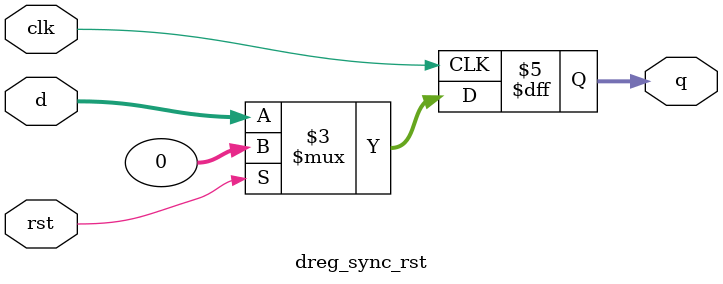
<source format=v>
`timescale 1ns / 1ps

module dreg_sync_rst #(parameter WIDTH = 32) (
        input  wire             clk,
        input  wire             rst,
        input  wire [WIDTH-1:0] d,
        output reg  [WIDTH-1:0] q
    );

    always @ (posedge clk) 
	begin
        if (rst) q <= 0;
        else     q <= d;
    end

endmodule

</source>
